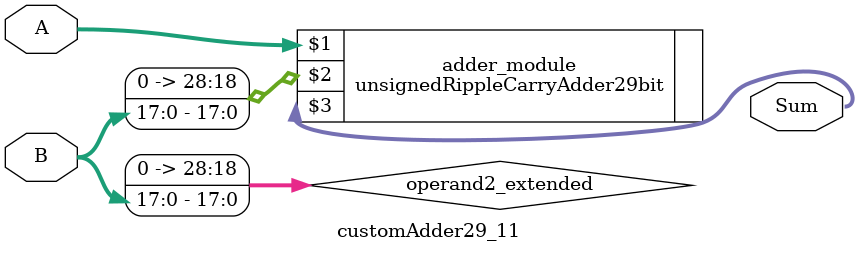
<source format=v>

module customAdder29_11(
                    input [28 : 0] A,
                    input [17 : 0] B,
                    
                    output [29 : 0] Sum
            );

    wire [28 : 0] operand2_extended;
    
    assign operand2_extended =  {11'b0, B};
    
    unsignedRippleCarryAdder29bit adder_module(
        A,
        operand2_extended,
        Sum
    );
    
endmodule
        
</source>
